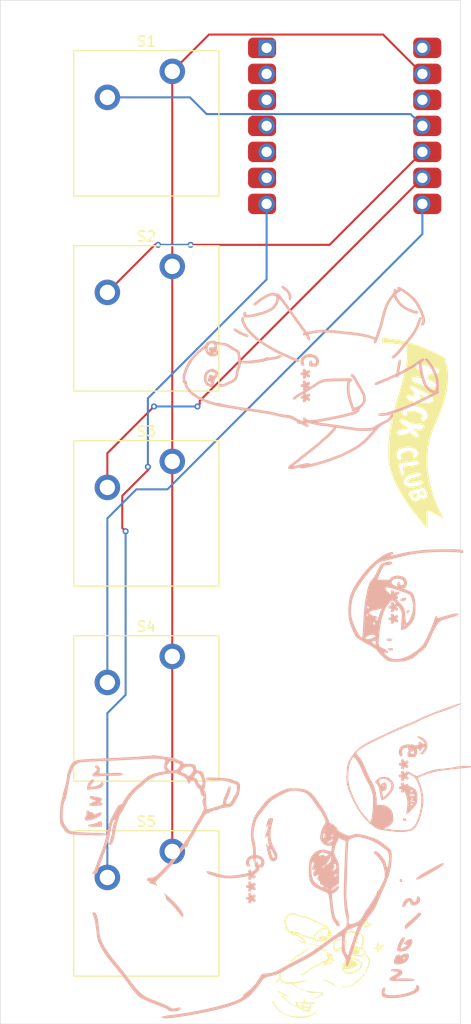
<source format=kicad_pcb>
(kicad_pcb (version 20240108) (generator "pcbnew") (generator_version "8.0")
  (layers (0 "F.Cu" signal) (31 "B.Cu" signal) (34 "B.Paste" user) (35 "F.Paste" user) (36 "B.SilkS" user "B.Silkscreen") (37 "F.SilkS" user "F.Silkscreen") (38 "B.Mask" user) (39 "F.Mask" user) (44 "Edge.Cuts" user))
  (net 0 "")
  (net 1 "GND")
  (net 2 "Net-(U1-PA6_A10_D10_MOSI)")
  (net 3 "Net-(U1-PA5_A9_D9_MISO)")
  (net 4 "Net-(U1-PA7_A8_D8_SCK)")
  (net 5 "Net-(U1-PB09_A7_D7_RX)")
  (net 6 "Net-(U1-PB08_A6_D6_TX)")
  (footprint "ScottoKeebs_MX:MX_PCB_1.00u" (layer "F.Cu") (at 90.17 137.825)
    (property "Reference" "S5" (at 0 -8 0) (layer "F.SilkS"))
    (property "Value" "Keyswitch")
    (pad "" np_thru_hole circle (at -5.08 0) (size 1.75 1.75) (drill 1.75) (layers "*.Cu" "*.Mask"))
    (pad "" np_thru_hole circle (at 0 0) (size 4 4) (drill 4) (layers "*.Cu" "*.Mask"))
    (pad "" np_thru_hole circle (at 5.08 0) (size 1.75 1.75) (drill 1.75) (layers "*.Cu" "*.Mask"))
    (pad "1" thru_hole circle (at -3.81 -2.54) (size 2.5 2.5) (drill 1.5) (layers "*.Cu" "*.Mask") (net 6 "Net-(U1-PB08_A6_D6_TX)"))
    (pad "2" thru_hole circle (at 2.54 -5.08) (size 2.5 2.5) (drill 1.5) (layers "*.Cu" "*.Mask") (net 1 "GND"))
  )
  (footprint "ScottoKeebs_MCU:Seeed_XIAO_RP2040" (layer "F.Cu") (at 109.5575 61.87)
    (property "Reference" "U1" (hide yes))
    (property "Value" "MCU_Seeed_XIAO_RP2040")
    (pad "1" smd roundrect (at -8.065 -7.62) (size 2.75 2) (layers "F.Cu" "F.Paste" "F.Mask"))
    (pad "1" thru_hole rect (at -7.62 -7.62 90) (size 1.6 1.6) (drill 1) (layers "*.Cu" "*.Mask"))
    (pad "2" smd roundrect (at -8.065 -5.08) (size 2.75 2) (layers "F.Cu" "F.Paste" "F.Mask"))
    (pad "2" thru_hole circle (at -7.62 -5.08 90) (size 1.6 1.6) (drill 1) (layers "*.Cu" "*.Mask"))
    (pad "3" smd roundrect (at -8.065 -2.54) (size 2.75 2) (layers "F.Cu" "F.Paste" "F.Mask"))
    (pad "3" thru_hole circle (at -7.62 -2.54 90) (size 1.6 1.6) (drill 1) (layers "*.Cu" "*.Mask"))
    (pad "4" smd roundrect (at -8.065 0) (size 2.75 2) (layers "F.Cu" "F.Paste" "F.Mask"))
    (pad "4" thru_hole circle (at -7.62 0 90) (size 1.6 1.6) (drill 1) (layers "*.Cu" "*.Mask"))
    (pad "5" smd roundrect (at -8.065 2.54) (size 2.75 2) (layers "F.Cu" "F.Paste" "F.Mask"))
    (pad "5" thru_hole circle (at -7.62 2.54 90) (size 1.6 1.6) (drill 1) (layers "*.Cu" "*.Mask"))
    (pad "6" smd roundrect (at -8.065 5.08) (size 2.75 2) (layers "F.Cu" "F.Paste" "F.Mask"))
    (pad "6" thru_hole circle (at -7.62 5.08 90) (size 1.6 1.6) (drill 1) (layers "*.Cu" "*.Mask"))
    (pad "7" smd roundrect (at -8.065 7.62) (size 2.75 2) (layers "F.Cu" "F.Paste" "F.Mask") (net 6 "Net-(U1-PB08_A6_D6_TX)"))
    (pad "7" thru_hole circle (at -7.62 7.62 90) (size 1.6 1.6) (drill 1) (layers "*.Cu" "*.Mask") (net 6 "Net-(U1-PB08_A6_D6_TX)"))
    (pad "8" thru_hole circle (at 7.62 7.62 90) (size 1.6 1.6) (drill 1) (layers "*.Cu" "*.Mask") (net 5 "Net-(U1-PB09_A7_D7_RX)"))
    (pad "8" smd roundrect (at 8.1 7.62) (size 2.75 2) (layers "F.Cu" "F.Paste" "F.Mask") (net 5 "Net-(U1-PB09_A7_D7_RX)"))
    (pad "9" thru_hole circle (at 7.62 5.08 90) (size 1.6 1.6) (drill 1) (layers "*.Cu" "*.Mask") (net 4 "Net-(U1-PA7_A8_D8_SCK)"))
    (pad "9" smd roundrect (at 8.1 5.08) (size 2.75 2) (layers "F.Cu" "F.Paste" "F.Mask") (net 4 "Net-(U1-PA7_A8_D8_SCK)"))
    (pad "10" thru_hole circle (at 7.62 2.54 90) (size 1.6 1.6) (drill 1) (layers "*.Cu" "*.Mask") (net 3 "Net-(U1-PA5_A9_D9_MISO)"))
    (pad "10" smd roundrect (at 8.1 2.54) (size 2.75 2) (layers "F.Cu" "F.Paste" "F.Mask") (net 3 "Net-(U1-PA5_A9_D9_MISO)"))
    (pad "11" thru_hole circle (at 7.62 0 90) (size 1.6 1.6) (drill 1) (layers "*.Cu" "*.Mask") (net 2 "Net-(U1-PA6_A10_D10_MOSI)"))
    (pad "11" smd roundrect (at 8.1 0) (size 2.75 2) (layers "F.Cu" "F.Paste" "F.Mask") (net 2 "Net-(U1-PA6_A10_D10_MOSI)"))
    (pad "12" thru_hole circle (at 7.62 -2.54 90) (size 1.6 1.6) (drill 1) (layers "*.Cu" "*.Mask"))
    (pad "12" smd roundrect (at 8.1 -2.54) (size 2.75 2) (layers "F.Cu" "F.Paste" "F.Mask"))
    (pad "13" thru_hole circle (at 7.62 -5.08 90) (size 1.6 1.6) (drill 1) (layers "*.Cu" "*.Mask") (net 1 "GND"))
    (pad "13" smd roundrect (at 8.1 -5.08) (size 2.75 2) (layers "F.Cu" "F.Paste" "F.Mask") (net 1 "GND"))
    (pad "14" thru_hole circle (at 7.62 -7.62 90) (size 1.6 1.6) (drill 1) (layers "*.Cu" "*.Mask"))
    (pad "14" smd roundrect (at 8.1 -7.62) (size 2.75 2) (layers "F.Cu" "F.Paste" "F.Mask"))
  )
  (footprint "ScottoKeebs_MX:MX_PCB_1.00u" (layer "F.Cu") (at 90.17 80.675)
    (property "Reference" "S2" (at 0 -8 0) (layer "F.SilkS"))
    (property "Value" "Keyswitch")
    (pad "" np_thru_hole circle (at -5.08 0) (size 1.75 1.75) (drill 1.75) (layers "*.Cu" "*.Mask"))
    (pad "" np_thru_hole circle (at 0 0) (size 4 4) (drill 4) (layers "*.Cu" "*.Mask"))
    (pad "" np_thru_hole circle (at 5.08 0) (size 1.75 1.75) (drill 1.75) (layers "*.Cu" "*.Mask"))
    (pad "1" thru_hole circle (at -3.81 -2.54) (size 2.5 2.5) (drill 1.5) (layers "*.Cu" "*.Mask") (net 3 "Net-(U1-PA5_A9_D9_MISO)"))
    (pad "2" thru_hole circle (at 2.54 -5.08) (size 2.5 2.5) (drill 1.5) (layers "*.Cu" "*.Mask") (net 1 "GND"))
  )
  (footprint "ScottoKeebs_MX:MX_PCB_1.00u" (layer "F.Cu") (at 90.17 99.725)
    (property "Reference" "S3" (at 0 -8 0) (layer "F.SilkS"))
    (property "Value" "Keyswitch")
    (pad "" np_thru_hole circle (at -5.08 0) (size 1.75 1.75) (drill 1.75) (layers "*.Cu" "*.Mask"))
    (pad "" np_thru_hole circle (at 0 0) (size 4 4) (drill 4) (layers "*.Cu" "*.Mask"))
    (pad "" np_thru_hole circle (at 5.08 0) (size 1.75 1.75) (drill 1.75) (layers "*.Cu" "*.Mask"))
    (pad "1" thru_hole circle (at -3.81 -2.54) (size 2.5 2.5) (drill 1.5) (layers "*.Cu" "*.Mask") (net 4 "Net-(U1-PA7_A8_D8_SCK)"))
    (pad "2" thru_hole circle (at 2.54 -5.08) (size 2.5 2.5) (drill 1.5) (layers "*.Cu" "*.Mask") (net 1 "GND"))
  )
  (footprint "LOGO" (layer "F.Cu") (at 116.71771 92.292004 -90)
    (property "Reference" "G***" (hide yes))
    (property "Value" "LOGO" (hide yes))
  )
  (footprint "ScottoKeebs_MX:MX_PCB_1.00u" (layer "F.Cu") (at 90.17 61.625)
    (property "Reference" "S1" (at 0 -8 0) (layer "F.SilkS"))
    (property "Value" "Keyswitch")
    (pad "" np_thru_hole circle (at -5.08 0) (size 1.75 1.75) (drill 1.75) (layers "*.Cu" "*.Mask"))
    (pad "" np_thru_hole circle (at 0 0) (size 4 4) (drill 4) (layers "*.Cu" "*.Mask"))
    (pad "" np_thru_hole circle (at 5.08 0) (size 1.75 1.75) (drill 1.75) (layers "*.Cu" "*.Mask"))
    (pad "1" thru_hole circle (at -3.81 -2.54) (size 2.5 2.5) (drill 1.5) (layers "*.Cu" "*.Mask") (net 2 "Net-(U1-PA6_A10_D10_MOSI)"))
    (pad "2" thru_hole circle (at 2.54 -5.08) (size 2.5 2.5) (drill 1.5) (layers "*.Cu" "*.Mask") (net 1 "GND"))
  )
  (footprint "LOGO" (layer "F.Cu") (at 108.235352 144.29076 -90)
    (property "Reference" "G***" (hide yes))
    (property "Value" "LOGO" (hide yes))
  )
  (footprint "ScottoKeebs_MX:MX_PCB_1.00u" (layer "F.Cu") (at 90.17 118.775)
    (property "Reference" "S4" (at 0 -8 0) (layer "F.SilkS"))
    (property "Value" "Keyswitch")
    (pad "" np_thru_hole circle (at -5.08 0) (size 1.75 1.75) (drill 1.75) (layers "*.Cu" "*.Mask"))
    (pad "" np_thru_hole circle (at 0 0) (size 4 4) (drill 4) (layers "*.Cu" "*.Mask"))
    (pad "" np_thru_hole circle (at 5.08 0) (size 1.75 1.75) (drill 1.75) (layers "*.Cu" "*.Mask"))
    (pad "1" thru_hole circle (at -3.81 -2.54) (size 2.5 2.5) (drill 1.5) (layers "*.Cu" "*.Mask") (net 5 "Net-(U1-PB09_A7_D7_RX)"))
    (pad "2" thru_hole circle (at 2.54 -5.08) (size 2.5 2.5) (drill 1.5) (layers "*.Cu" "*.Mask") (net 1 "GND"))
  )
  (footprint "LOGO" (layer "B.Cu") (at 115.845 124.62 -90)
    (property "Reference" "G***" (at 0 0 90) (layer "B.SilkS") (effects (font (size 1.5 1.5) (thickness 0.3)) (justify mirror)))
    (property "Value" "LOGO" (hide yes))
  )
  (footprint "LOGO" (layer "B.Cu") (at 114.836644 108.125441 -90)
    (property "Reference" "G***" (at 0 0 90) (layer "B.SilkS") (effects (font (size 1.5 1.5) (thickness 0.3)) (justify mirror)))
    (property "Value" "LOGO" (hide yes))
  )
  (footprint "LOGO" (layer "B.Cu") (at 106.231201 86.484827 -90)
    (property "Reference" "G***" (at 0 0 90) (layer "B.SilkS") (effects (font (size 1.5 1.5) (thickness 0.3)) (justify mirror)))
    (property "Value" "LOGO" (hide yes))
  )
  (footprint "LOGO" (layer "B.Cu") (at 100.895 135.42 90)
    (property "Reference" "G***" (at 0 0 90) (layer "B.SilkS") (effects (font (size 1.5 1.5) (thickness 0.3)) (justify mirror)))
    (property "Value" "LOGO" (hide yes))
  )
  (gr_rect (start 75.8825 49.6) (end 120.8825 149.6) (stroke (width 0.05)) (fill none) (layer "Edge.Cuts"))
  (segment (start 96.305 52.95) (end 113.3375 52.95) (width 0.2) (layer "F.Cu") (net 1))
  (segment (start 92.71 56.545) (end 96.305 52.95) (width 0.2) (layer "F.Cu") (net 1))
  (segment (start 92.71 132.745) (end 92.71 113.695) (width 0.2) (layer "F.Cu") (net 1))
  (segment (start 92.71 113.695) (end 92.71 94.645) (width 0.2) (layer "F.Cu") (net 1))
  (segment (start 113.3375 52.95) (end 117.1775 56.79) (width 0.2) (layer "F.Cu") (net 1))
  (segment (start 92.71 94.645) (end 92.71 75.595) (width 0.2) (layer "F.Cu") (net 1))
  (segment (start 92.71 75.595) (end 92.71 56.545) (width 0.2) (layer "F.Cu") (net 1))
  (segment (start 94.442412 59.085) (end 96.077412 60.72) (width 0.2) (layer "B.Cu") (net 2))
  (segment (start 96.077412 60.72) (end 116.0275 60.72) (width 0.2) (layer "B.Cu") (net 2))
  (segment (start 116.0275 60.72) (end 117.1775 61.87) (width 0.2) (layer "B.Cu") (net 2))
  (segment (start 86.36 59.085) (end 94.442412 59.085) (width 0.2) (layer "B.Cu") (net 2))
  (segment (start 94.505 73.49) (end 108.0975 73.49) (width 0.2) (layer "F.Cu") (net 3))
  (segment (start 91.005 73.49) (end 91.315 73.49) (width 0.2) (layer "F.Cu") (net 3))
  (segment (start 86.36 78.135) (end 91.005 73.49) (width 0.2) (layer "F.Cu") (net 3))
  (segment (start 108.0975 73.49) (end 117.1775 64.41) (width 0.2) (layer "F.Cu") (net 3))
  (via (at 91.315 73.49) (size 0.6) (drill 0.3) (layers "F.Cu" "B.Cu") (net 3))
  (via (at 94.505 73.49) (size 0.6) (drill 0.3) (layers "F.Cu" "B.Cu") (net 3))
  (segment (start 91.315 73.49) (end 94.505 73.49) (width 0.2) (layer "B.Cu") (net 3))
  (segment (start 95.395 89.06) (end 95.395 88.7325) (width 0.2) (layer "F.Cu") (net 4))
  (segment (start 95.175 89.28) (end 95.395 89.06) (width 0.2) (layer "F.Cu") (net 4))
  (segment (start 95.395 88.7325) (end 117.1775 66.95) (width 0.2) (layer "F.Cu") (net 4))
  (segment (start 86.36 93.845) (end 90.925 89.28) (width 0.2) (layer "F.Cu") (net 4))
  (segment (start 86.36 97.185) (end 86.36 93.845) (width 0.2) (layer "F.Cu") (net 4))
  (via (at 90.925 89.28) (size 0.6) (drill 0.3) (layers "F.Cu" "B.Cu") (net 4))
  (via (at 95.175 89.28) (size 0.6) (drill 0.3) (layers "F.Cu" "B.Cu") (net 4))
  (segment (start 95.125 89.12) (end 95.125 89.23) (width 0.2) (layer "B.Cu") (net 4))
  (segment (start 90.925 89.28) (end 94.965 89.28) (width 0.2) (layer "B.Cu") (net 4))
  (segment (start 95.125 89.23) (end 95.175 89.28) (width 0.2) (layer "B.Cu") (net 4))
  (segment (start 94.965 89.28) (end 95.125 89.12) (width 0.2) (layer "B.Cu") (net 4))
  (segment (start 86.36 116.235) (end 86.36 100.211598) (width 0.2) (layer "B.Cu") (net 5))
  (segment (start 92.24 97.375) (end 117.1775 72.4375) (width 0.2) (layer "B.Cu") (net 5))
  (segment (start 86.36 100.211598) (end 89.196598 97.375) (width 0.2) (layer "B.Cu") (net 5))
  (segment (start 117.1775 72.4375) (end 117.1775 69.49) (width 0.2) (layer "B.Cu") (net 5))
  (segment (start 89.196598 97.375) (end 92.24 97.375) (width 0.2) (layer "B.Cu") (net 5))
  (segment (start 90.325 95.34) (end 90.325 95.18) (width 0.2) (layer "F.Cu") (net 6))
  (segment (start 88.145 101.47) (end 87.82 101.145) (width 0.2) (layer "F.Cu") (net 6))
  (segment (start 87.82 101.145) (end 87.82 98.005) (width 0.2) (layer "F.Cu") (net 6))
  (segment (start 87.82 98.005) (end 90.405 95.42) (width 0.2) (layer "F.Cu") (net 6))
  (segment (start 90.405 95.42) (end 90.325 95.34) (width 0.2) (layer "F.Cu") (net 6))
  (via (at 90.325 95.18) (size 0.6) (drill 0.3) (layers "F.Cu" "B.Cu") (net 6))
  (via (at 88.145 101.47) (size 0.6) (drill 0.3) (layers "F.Cu" "B.Cu") (net 6))
  (segment (start 86.36 135.285) (end 86.36 119.237412) (width 0.2) (layer "B.Cu") (net 6))
  (segment (start 86.36 119.237412) (end 88.145 117.452412) (width 0.2) (layer "B.Cu") (net 6))
  (segment (start 101.9375 76.8675) (end 101.9375 69.49) (width 0.2) (layer "B.Cu") (net 6))
  (segment (start 90.325 95.18) (end 90.325 88.48) (width 0.2) (layer "B.Cu") (net 6))
  (segment (start 88.145 117.452412) (end 88.145 101.47) (width 0.2) (layer "B.Cu") (net 6))
  (segment (start 90.325 88.48) (end 101.9375 76.8675) (width 0.2) (layer "B.Cu") (net 6))
)
</source>
